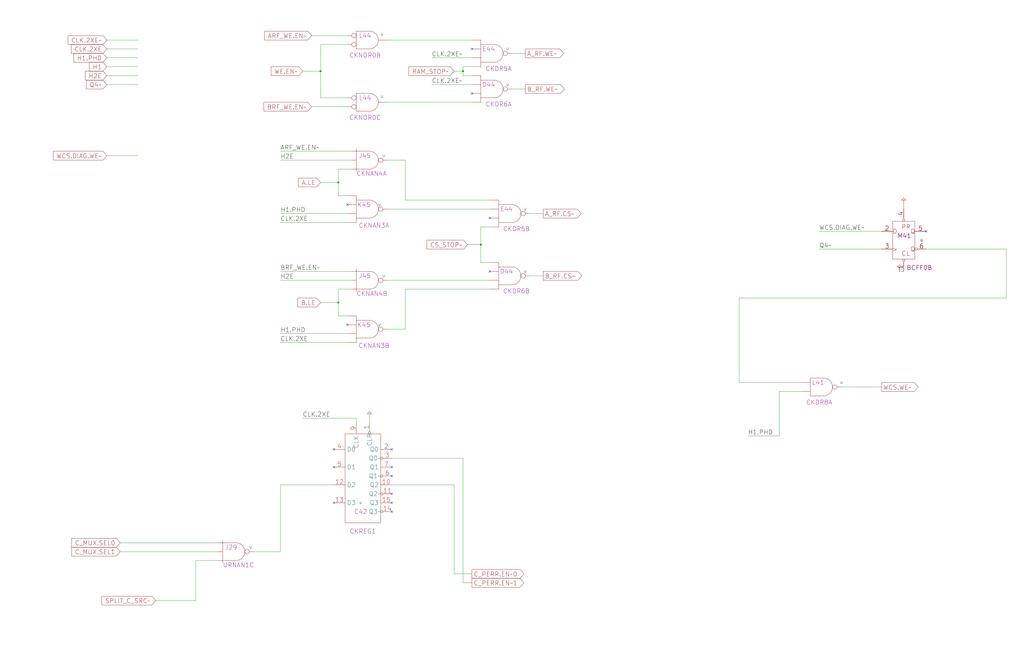
<source format=kicad_sch>
(kicad_sch (version 20220404) (generator eeschema)
  (paper "User" 584.2 378.46)
  (title_block (title "CLOCK GENERATION\\nRAM WRITE ENABLES") (date "22-MAR-90") (rev "1.0") (comment 1 "VALUE") (comment 2 "232-003063") (comment 3 "S400") (comment 4 "RELEASED"))
  (lib_symbols
    (symbol "r1000:F02" (pin_numbers hide) (pin_names hide)
      (property "Reference" "U" (at 12.16 0.635 0))
      (property "Value" "F02" (at -1.27 -4.445 0))
      (property "Location" "___" (at 2.54 0 0))
      (property "Name" "______" (at 2.54 -12.7 0))
      (symbol "F02_0_1"
        (arc (start -3.81 -7.62) (mid -2.9847 -2.54) (end -3.81 2.54) (stroke (width 0.1524)))
        (polyline (pts (xy -5.08 -5.08) (xy -3.175 -5.08)) (stroke (width 0.1524)))
        (polyline (pts (xy -5.08 0) (xy -3.175 0)) (stroke (width 0.1524)))
        (polyline (pts (xy -3.81 -7.62) (xy 2.54 -7.62)) (stroke (width 0.1524)))
        (polyline (pts (xy -3.81 2.54) (xy 2.54 2.54)) (stroke (width 0.1524)))
        (polyline (pts (xy 13.97 -2.54) (xy 12.7 -2.54)) (stroke (width 0.1524)))
        (arc (start 2.54 -7.62) (mid 6.9515 -5.9823) (end 10.16 -2.54) (stroke (width 0.1524)))
        (arc (start 10.16 -2.54) (mid 6.9478 0.8966) (end 2.54 2.54) (stroke (width 0.1524)))
        (circle (center 11.43 -2.54) (radius 1.27) (stroke (width 0.1524)))
      )
      (symbol "F02_0_2"
        (circle (center -3.81 -5.08) (radius 1.27) (stroke (width 0.1524)))
        (circle (center -3.81 0) (radius 1.27) (stroke (width 0.1524)))
        (polyline (pts (xy -2.54 -7.62) (xy 5.08 -7.62)) (stroke (width 0.1524)))
        (polyline (pts (xy -2.54 2.54) (xy -2.54 -7.62)) (stroke (width 0.1524)))
        (polyline (pts (xy -2.54 2.54) (xy 5.08 2.54)) (stroke (width 0.1524)))
        (polyline (pts (xy 11.43 -2.54) (xy 10.16 -2.54)) (stroke (width 0.1524)))
        (polyline (pts (xy 11.43 -2.54) (xy 12.7 -2.54)) (stroke (width 0.1524)))
        (arc (start 5.08 -7.62) (mid 10.1282 -2.54) (end 5.08 2.54) (stroke (width 0.1524)))
      )
      (symbol "F02_1_1"
        (pin input line (at -7.62 0 0) (length 2.54) (name "D0") (number "1"))
        (pin input line (at -7.62 -5.08 0) (length 2.54) (name "D1") (number "2"))
        (pin output line (at 15.24 -2.54 180) (length 1.27) (name "Q") (number "3"))
      )
      (symbol "F02_1_2"
        (pin input line (at -7.62 0 0) (length 2.54) (name "D0") (number "1"))
        (pin input line (at -7.62 -5.08 0) (length 2.54) (name "D1") (number "2"))
        (pin output line (at 15.24 -2.54 180) (length 2.54) (name "Q") (number "3"))
      )
    )
    (symbol "r1000:F10" (pin_numbers hide) (pin_names hide)
      (property "Reference" "U" (at 13.335 0 0))
      (property "Value" "F10" (at 5.715 -5.08 0))
      (property "Location" "___" (at -1.27 0 0))
      (property "Name" "______" (at -2.54 -10.16 0))
      (symbol "F10_0_1"
        (polyline (pts (xy -2.54 -7.62) (xy 5.08 -7.62)) (stroke (width 0.1524)))
        (polyline (pts (xy -2.54 2.54) (xy 5.08 2.54)) (stroke (width 0.1524)))
        (polyline (pts (xy -2.54 3.81) (xy -2.54 -8.89)) (stroke (width 0.1524)))
        (arc (start 5.08 -7.62) (mid 10.1282 -2.54) (end 5.08 2.54) (stroke (width 0.1524)))
        (circle (center 11.43 -2.54) (radius 1.27) (stroke (width 0.1524)))
      )
      (symbol "F10_0_2"
        (circle (center -3.81 -7.62) (radius 1.27) (stroke (width 0.1524)))
        (circle (center -3.81 2.54) (radius 1.27) (stroke (width 0.1524)))
        (circle (center -3.175 -2.54) (radius 1.27) (stroke (width 0.1524)))
        (arc (start -2.54 -7.62) (mid -1.8195 -2.54) (end -2.54 2.54) (stroke (width 0.1524)))
        (polyline (pts (xy -4.445 -2.54) (xy -5.08 -2.54)) (stroke (width 0.1524)))
        (polyline (pts (xy -2.54 -7.62) (xy 5.08 -7.62)) (stroke (width 0.1524)))
        (polyline (pts (xy -2.54 2.54) (xy 5.08 2.54)) (stroke (width 0.1524)))
        (polyline (pts (xy 10.795 -2.54) (xy 12.7 -2.54)) (stroke (width 0.1524)))
        (arc (start 5.08 -7.62) (mid 8.4845 -5.6954) (end 10.795 -2.54) (stroke (width 0.1524)))
        (arc (start 10.795 -2.54) (mid 8.4807 0.6111) (end 5.08 2.54) (stroke (width 0.1524)))
      )
      (symbol "F10_1_1"
        (pin input line (at -5.08 2.54 0) (length 2.54) (name "D0") (number "1"))
        (pin input line (at -5.08 -2.54 0) (length 2.54) (name "D1") (number "2"))
        (pin input line (at -5.08 -7.62 0) (length 2.54) (name "D2") (number "3"))
        (pin output line (at 15.24 -2.54 180) (length 2.54) (name "Q") (number "4"))
      )
      (symbol "F10_1_2"
        (pin input line (at -5.08 2.54 0) (length 0) (name "D0") (number "1"))
        (pin input line (at -5.08 -2.54 0) (length 0) (name "D1") (number "2"))
        (pin input line (at -5.08 -7.62 0) (length 0) (name "D2") (number "3"))
        (pin output line (at 15.24 -2.54 180) (length 2.54) (name "Q") (number "4"))
      )
    )
    (symbol "r1000:F175" (pin_names (offset 1.016))
      (property "Reference" "U" (at 2.54 5.08 0))
      (property "Value" "F175" (at -1.27 -5.08 0))
      (property "Location" "___" (at -1.27 0 0))
      (property "Name" "______" (at 3.81 -12.7 0))
      (symbol "F175_1_1"
        (rectangle (start -6.35 44.45) (end 13.97 -6.35))
        (circle (center 7.62 45.085) (radius 0.635))
        (circle (center 14.605 0) (radius 0.635))
        (circle (center 14.605 10.16) (radius 0.635))
        (circle (center 14.605 20.32) (radius 0.635))
        (circle (center 14.605 30.48) (radius 0.635))
        (pin input line (at 7.62 50.8 270) (length 5.08) (name "CLR") (number "1"))
        (pin output line (at 20.32 15.24 180) (length 6.35) (name "Q2") (number "10"))
        (pin output line (at 20.32 10.16 180) (length 5.08) (name "Q2~") (number "11"))
        (pin input line (at -12.7 15.24 0) (length 6.35) (name "D2") (number "12"))
        (pin input line (at -12.7 5.08 0) (length 6.35) (name "D3") (number "13"))
        (pin output line (at 20.32 0 180) (length 5.08) (name "Q3~") (number "14"))
        (pin output line (at 20.32 5.08 180) (length 6.35) (name "Q3") (number "15"))
        (pin output line (at 20.32 35.56 180) (length 6.35) (name "Q0") (number "2"))
        (pin output line (at 20.32 30.48 180) (length 5.08) (name "Q0~") (number "3"))
        (pin input line (at -12.7 35.56 0) (length 6.35) (name "D0") (number "4"))
        (pin input line (at -12.7 25.4 0) (length 6.35) (name "D1") (number "5"))
        (pin output line (at 20.32 20.32 180) (length 5.08) (name "Q1~") (number "6"))
        (pin output line (at 20.32 25.4 180) (length 6.35) (name "Q1") (number "7"))
        (pin input line (at 0 50.8 270) (length 6.35) (name "CLK") (number "9"))
      )
    )
    (symbol "r1000:F20" (pin_numbers hide) (pin_names hide)
      (property "Reference" "U" (at 8.255 2.54 0))
      (property "Value" "F20" (at -0.635 -2.54 0))
      (property "Location" "___" (at -0.635 2.54 0))
      (property "Name" "______" (at 5.08 -10.795 0))
      (symbol "F20_0_1"
        (polyline (pts (xy -5.08 -5.08) (xy -5.08 -7.62)) (stroke (width 0.1524)))
        (polyline (pts (xy -5.08 5.08) (xy -5.08 -5.08)) (stroke (width 0.1524)))
        (polyline (pts (xy -5.08 7.62) (xy -5.08 5.08)) (stroke (width 0.1524)))
        (polyline (pts (xy 2.54 -5.08) (xy -5.08 -5.08)) (stroke (width 0.1524)))
        (polyline (pts (xy 2.54 5.08) (xy -5.08 5.08)) (stroke (width 0.1524)))
        (arc (start 2.54 -5.08) (mid 7.5882 0) (end 2.54 5.08) (stroke (width 0.1524)))
        (circle (center 8.89 0) (radius 1.27) (stroke (width 0.1524)))
      )
      (symbol "F20_0_2"
        (circle (center -7.62 -7.62) (radius 1.27) (stroke (width 0.1524)))
        (circle (center -7.62 7.62) (radius 1.27) (stroke (width 0.1524)))
        (circle (center -6.985 -2.54) (radius 1.27) (stroke (width 0.1524)))
        (circle (center -6.985 2.54) (radius 1.27) (stroke (width 0.1524)))
        (arc (start -6.35 -7.62) (mid -5.3975 0) (end -6.35 7.62) (stroke (width 0.1524)))
        (polyline (pts (xy -5.715 -5.08) (xy 1.27 -5.08)) (stroke (width 0.1524)))
        (polyline (pts (xy -5.715 5.08) (xy 1.27 5.08)) (stroke (width 0.1524)))
        (arc (start 1.27 -5.08) (mid 5.0518 -3.2985) (end 7.62 0) (stroke (width 0.1524)))
        (arc (start 7.62 0) (mid 5.0518 3.2985) (end 1.27 5.08) (stroke (width 0.1524)))
      )
      (symbol "F20_1_1"
        (pin input line (at -10.16 7.62 0) (length 5.08) (name "D0") (number "1"))
        (pin input line (at -10.16 2.54 0) (length 5.08) (name "D1") (number "2"))
        (pin input line (at -10.16 -2.54 0) (length 5.08) (name "D2") (number "4"))
        (pin input line (at -10.16 -7.62 0) (length 5.08) (name "D3") (number "5"))
        (pin output line (at 12.7 0 180) (length 2.54) (name "Q") (number "6"))
      )
      (symbol "F20_1_2"
        (pin input line (at -10.16 7.62 0) (length 1.27) (name "D0") (number "1"))
        (pin input line (at -10.16 2.54 0) (length 1.905) (name "D1") (number "2"))
        (pin input line (at -10.16 -2.54 0) (length 1.905) (name "D2") (number "4"))
        (pin input line (at -10.16 -7.62 0) (length 1.27) (name "D3") (number "5"))
        (pin output line (at 12.7 0 180) (length 5.08) (name "Q") (number "6"))
      )
    )
    (symbol "r1000:F37" (pin_numbers hide) (pin_names (offset 0) hide)
      (property "Reference" "U" (at 15.24 0 0))
      (property "Value" "F37" (at 1.905 -5.08 0))
      (property "Location" "___" (at 1.905 0 0))
      (property "Name" "______" (at 2.54 -12.7 0))
      (symbol "F37_0_1"
        (polyline (pts (xy -2.54 -7.62) (xy 5.08 -7.62)) (stroke (width 0.1524)))
        (polyline (pts (xy -2.54 2.54) (xy -2.54 -7.62)) (stroke (width 0.1524)))
        (polyline (pts (xy -2.54 2.54) (xy 5.08 2.54)) (stroke (width 0.1524)))
        (arc (start 5.08 -7.62) (mid 10.1282 -2.54) (end 5.08 2.54) (stroke (width 0.1524)))
        (circle (center 11.43 -2.54) (radius 1.27) (stroke (width 0.1524)))
      )
      (symbol "F37_0_2"
        (circle (center -3.81 -5.08) (radius 1.27) (stroke (width 0.1524)))
        (circle (center -3.81 0) (radius 1.27) (stroke (width 0.1524)))
        (arc (start -3.175 -7.62) (mid -2.134 -2.54) (end -3.175 2.54) (stroke (width 0.1524)))
        (polyline (pts (xy -3.175 -7.62) (xy 3.81 -7.62)) (stroke (width 0.1524)))
        (polyline (pts (xy -3.175 2.54) (xy 3.81 2.54)) (stroke (width 0.1524)))
        (arc (start 3.81 -7.62) (mid 7.5855 -5.8306) (end 10.16 -2.54) (stroke (width 0.1524)))
        (arc (start 10.16 -2.54) (mid 7.5827 0.7471) (end 3.81 2.54) (stroke (width 0.1524)))
      )
      (symbol "F37_1_1"
        (pin input line (at -7.62 0 0) (length 5.08) (name "D0") (number "1"))
        (pin input line (at -7.62 -5.08 0) (length 5.08) (name "D1") (number "2"))
        (pin output line (at 15.24 -2.54 180) (length 2.54) (name "Q") (number "3"))
      )
      (symbol "F37_1_2"
        (pin input line (at -7.62 0 0) (length 2.54) (name "D0") (number "1"))
        (pin input line (at -7.62 -5.08 0) (length 2.54) (name "D1") (number "2"))
        (pin output line (at 15.24 -2.54 180) (length 5.08) (name "Q") (number "3"))
      )
    )
    (symbol "r1000:F40" (pin_numbers hide) (pin_names hide)
      (property "Reference" "U" (at 12.7 2.54 0))
      (property "Value" "F40" (at 1.905 -2.54 0))
      (property "Location" "___" (at 1.905 2.54 0))
      (property "Name" "______" (at 7.62 -10.16 0))
      (symbol "F40_0_0"
        (polyline (pts (xy -2.54 -5.08) (xy 5.08 -5.08)) (stroke (width 0.1524)))
        (polyline (pts (xy -2.54 5.08) (xy 5.08 5.08)) (stroke (width 0.1524)))
        (arc (start 5.08 -5.08) (mid 8.6721 -3.5921) (end 10.16 0) (stroke (width 0.1524)))
        (arc (start 10.16 0) (mid 8.6721 3.5921) (end 5.08 5.08) (stroke (width 0.1524)))
        (circle (center 11.43 0) (radius 1.27) (stroke (width 0.1524)))
      )
      (symbol "F40_0_1"
        (polyline (pts (xy -2.54 -5.08) (xy -2.54 -7.62)) (stroke (width 0.1524)))
        (polyline (pts (xy -2.54 5.08) (xy -2.54 -5.08)) (stroke (width 0.1524)))
        (polyline (pts (xy -2.54 7.62) (xy -2.54 5.08)) (stroke (width 0.1524)))
      )
      (symbol "F40_1_1"
        (pin input line (at -7.62 7.62 0) (length 5.08) (name "D0") (number "1"))
        (pin input line (at -7.62 2.54 0) (length 5.08) (name "D3") (number "2"))
        (pin input line (at -7.62 -2.54 0) (length 5.08) (name "D4") (number "4"))
        (pin input line (at -7.62 -7.62 0) (length 5.08) (name "D5") (number "5"))
        (pin output line (at 15.24 0 180) (length 2.54) (name "Q") (number "6"))
      )
    )
    (symbol "r1000:F74" (pin_names (offset 1.016) hide)
      (property "Reference" "U" (at 12.7 -2.54 0))
      (property "Value" "F74" (at -1.27 -5.08 0))
      (property "Location" "___" (at -1.27 0 0))
      (property "Name" "______" (at 11.43 -19.685 0))
      (symbol "F74_0_1"
        (rectangle (start -3.81 8.255) (end 8.89 -13.335) (stroke (width 0.1524)))
        (polyline (pts (xy 2.54 -15.24) (xy 2.54 -14.605)) (stroke (width 0.1524)))
        (polyline (pts (xy 2.54 10.16) (xy 2.54 9.525)) (stroke (width 0.1524)))
      )
      (symbol "F74_1_1"
        (circle (center 2.54 -13.97) (radius 0.635))
        (circle (center 2.54 8.89) (radius 0.635))
        (circle (center 9.525 -7.62) (radius 0.635))
        (text ">" (at -2.54 -7.62 0) (effects (font (size 2.54 2.54))))
        (text "C" (at 2.54 -10.16 0) (effects (font (size 2.54 2.54))))
        (text "D" (at -2.54 2.54 0) (effects (font (size 2.54 2.54))))
        (text "L" (at 5.08 -10.16 0) (effects (font (size 2.54 2.54))))
        (text "P" (at 2.54 5.08 0) (effects (font (size 2.54 2.54))))
        (text "Q" (at 7.62 -7.62 0) (effects (font (size 2.54 2.54))))
        (text "Q" (at 7.62 2.54 0) (effects (font (size 2.54 2.54))))
        (text "R" (at 5.08 5.08 0) (effects (font (size 2.54 2.54))))
        (pin input line (at 2.54 -20.32 90) (length 5.08) (name "CL_") (number "1"))
        (pin input line (at -10.16 2.54 0) (length 6.35) (name "D") (number "2"))
        (pin input line (at -10.16 -7.62 0) (length 6.35) (name "CLK") (number "3"))
        (pin input line (at 2.54 15.24 270) (length 5.08) (name "PR_") (number "4"))
        (pin output line (at 15.24 2.54 180) (length 6.35) (name "Q") (number "5"))
        (pin output line (at 15.24 -7.62 180) (length 5.08) (name "Q_") (number "6"))
      )
    )
    (symbol "r1000:PU" (power) (pin_numbers hide) (pin_names hide)
      (symbol "PU_0_1"
        (polyline (pts (xy 0 2.54) (xy -1.27 2.54) (xy 0 3.81) (xy 1.27 2.54) (xy 0 2.54)) (stroke (width 0.1524)))
      )
      (symbol "PU_1_1"
        (pin power_in line (at 0 0 90) (length 2.54) (name "PU") (number "1"))
      )
    )
  )
  (junction (at 274.32 139.7))
  (junction (at 193.04 172.72))
  (junction (at 182.88 40.64))
  (junction (at 193.04 104.14))
  (junction (at 264.16 40.64))
  (no_connect (at 190.5 256.54))
  (no_connect (at 190.5 266.7))
  (no_connect (at 269.24 27.94))
  (no_connect (at 198.12 185.42))
  (no_connect (at 269.24 53.34))
  (no_connect (at 223.52 292.1))
  (no_connect (at 190.5 287.02))
  (no_connect (at 223.52 271.78))
  (no_connect (at 223.52 287.02))
  (no_connect (at 279.4 154.94))
  (no_connect (at 528.32 132.08))
  (no_connect (at 223.52 281.94))
  (no_connect (at 279.4 124.46))
  (no_connect (at 223.52 256.54))
  (no_connect (at 223.52 266.7))
  (no_connect (at 198.12 116.84))
  (wire (pts (xy 203.2 238.76) (xy 203.2 241.3)))
  (wire (pts (xy 274.32 139.7) (xy 274.32 149.86)))
  (wire (pts (xy 220.98 91.44) (xy 231.14 91.44)))
  (wire (pts (xy 444.5 223.52) (xy 444.5 248.92)))
  (wire (pts (xy 60.96 22.86) (xy 78.74 22.86)))
  (wire (pts (xy 467.36 132.08) (xy 502.92 132.08)))
  (wire (pts (xy 279.4 129.54) (xy 274.32 129.54)))
  (wire (pts (xy 193.04 96.52) (xy 193.04 104.14)))
  (wire (pts (xy 259.08 276.86) (xy 223.52 276.86)))
  (wire (pts (xy 177.8 60.96) (xy 198.12 60.96)))
  (wire (pts (xy 259.08 327.66) (xy 259.08 276.86)))
  (wire (pts (xy 528.32 142.24) (xy 574.04 142.24)))
  (wire (pts (xy 231.14 91.44) (xy 231.14 114.3)))
  (wire (pts (xy 160.02 190.5) (xy 198.12 190.5)))
  (wire (pts (xy 467.36 142.24) (xy 502.92 142.24)))
  (wire (pts (xy 60.96 33.02) (xy 78.74 33.02)))
  (wire (pts (xy 111.76 342.9) (xy 111.76 320.04)))
  (wire (pts (xy 193.04 165.1) (xy 200.66 165.1)))
  (wire (pts (xy 220.98 58.42) (xy 269.24 58.42)))
  (wire (pts (xy 68.58 309.88) (xy 124.46 309.88)))
  (wire (pts (xy 220.98 187.96) (xy 231.14 187.96)))
  (wire (pts (xy 60.96 43.18) (xy 78.74 43.18)))
  (wire (pts (xy 269.24 327.66) (xy 259.08 327.66)))
  (wire (pts (xy 259.08 40.64) (xy 264.16 40.64)))
  (wire (pts (xy 60.96 27.94) (xy 78.74 27.94)))
  (wire (pts (xy 172.72 238.76) (xy 203.2 238.76)))
  (wire (pts (xy 160.02 91.44) (xy 200.66 91.44)))
  (wire (pts (xy 292.1 50.8) (xy 299.72 50.8)))
  (wire (pts (xy 193.04 104.14) (xy 193.04 111.76)))
  (wire (pts (xy 193.04 165.1) (xy 193.04 172.72)))
  (wire (pts (xy 264.16 43.18) (xy 264.16 40.64)))
  (wire (pts (xy 421.64 170.18) (xy 421.64 218.44)))
  (wire (pts (xy 172.72 40.64) (xy 182.88 40.64)))
  (wire (pts (xy 60.96 38.1) (xy 78.74 38.1)))
  (wire (pts (xy 160.02 160.02) (xy 200.66 160.02)))
  (wire (pts (xy 274.32 129.54) (xy 274.32 139.7)))
  (wire (pts (xy 513.08 154.94) (xy 515.62 154.94)))
  (wire (pts (xy 246.38 48.26) (xy 269.24 48.26)))
  (wire (pts (xy 421.64 218.44) (xy 457.2 218.44)))
  (wire (pts (xy 457.2 223.52) (xy 444.5 223.52)))
  (wire (pts (xy 193.04 180.34) (xy 198.12 180.34)))
  (wire (pts (xy 302.26 157.48) (xy 309.88 157.48)))
  (wire (pts (xy 182.88 55.88) (xy 198.12 55.88)))
  (wire (pts (xy 266.7 139.7) (xy 274.32 139.7)))
  (wire (pts (xy 182.88 104.14) (xy 193.04 104.14)))
  (wire (pts (xy 200.66 86.36) (xy 160.02 86.36)))
  (wire (pts (xy 160.02 276.86) (xy 190.5 276.86)))
  (wire (pts (xy 264.16 40.64) (xy 264.16 38.1)))
  (wire (pts (xy 182.88 25.4) (xy 198.12 25.4)))
  (wire (pts (xy 246.38 33.02) (xy 269.24 33.02)))
  (wire (pts (xy 264.16 261.62) (xy 223.52 261.62)))
  (wire (pts (xy 182.88 25.4) (xy 182.88 40.64)))
  (wire (pts (xy 210.82 238.76) (xy 210.82 241.3)))
  (wire (pts (xy 193.04 111.76) (xy 198.12 111.76)))
  (wire (pts (xy 269.24 43.18) (xy 264.16 43.18)))
  (wire (pts (xy 160.02 314.96) (xy 160.02 276.86)))
  (wire (pts (xy 269.24 332.74) (xy 264.16 332.74)))
  (wire (pts (xy 231.14 187.96) (xy 231.14 165.1)))
  (wire (pts (xy 264.16 38.1) (xy 269.24 38.1)))
  (wire (pts (xy 220.98 160.02) (xy 279.4 160.02)))
  (wire (pts (xy 160.02 195.58) (xy 198.12 195.58)))
  (wire (pts (xy 160.02 121.92) (xy 198.12 121.92)))
  (wire (pts (xy 426.72 248.92) (xy 444.5 248.92)))
  (wire (pts (xy 231.14 165.1) (xy 279.4 165.1)))
  (wire (pts (xy 144.78 314.96) (xy 160.02 314.96)))
  (wire (pts (xy 182.88 172.72) (xy 193.04 172.72)))
  (wire (pts (xy 60.96 48.26) (xy 78.74 48.26)))
  (wire (pts (xy 111.76 320.04) (xy 124.46 320.04)))
  (wire (pts (xy 182.88 40.64) (xy 182.88 55.88)))
  (wire (pts (xy 60.96 88.9) (xy 78.74 88.9)))
  (wire (pts (xy 220.98 119.38) (xy 279.4 119.38)))
  (wire (pts (xy 574.04 170.18) (xy 421.64 170.18)))
  (wire (pts (xy 302.26 121.92) (xy 309.88 121.92)))
  (wire (pts (xy 515.62 116.84) (xy 515.62 119.38)))
  (wire (pts (xy 574.04 142.24) (xy 574.04 170.18)))
  (wire (pts (xy 220.98 22.86) (xy 269.24 22.86)))
  (wire (pts (xy 200.66 154.94) (xy 160.02 154.94)))
  (wire (pts (xy 193.04 172.72) (xy 193.04 180.34)))
  (wire (pts (xy 480.06 220.98) (xy 502.92 220.98)))
  (wire (pts (xy 292.1 30.48) (xy 299.72 30.48)))
  (wire (pts (xy 160.02 127) (xy 198.12 127)))
  (wire (pts (xy 231.14 114.3) (xy 279.4 114.3)))
  (wire (pts (xy 264.16 332.74) (xy 264.16 261.62)))
  (wire (pts (xy 274.32 149.86) (xy 279.4 149.86)))
  (wire (pts (xy 88.9 342.9) (xy 111.76 342.9)))
  (wire (pts (xy 68.58 314.96) (xy 124.46 314.96)))
  (wire (pts (xy 193.04 96.52) (xy 200.66 96.52)))
  (wire (pts (xy 177.8 20.32) (xy 198.12 20.32)))
  (label "CLK.2XE~" (at 246.38 48.26 0) (effects (font (size 2.54 2.54))))
  (label "WCS.DIAG.WE~" (at 467.36 132.08 0) (effects (font (size 2.54 2.54))))
  (label "H1.PHD" (at 426.72 248.92 0) (effects (font (size 2.54 2.54))))
  (label "H2E" (at 160.02 91.44 0) (effects (font (size 2.54 2.54))))
  (label "H2E" (at 160.02 160.02 0) (effects (font (size 2.54 2.54))))
  (label "BRF_WE.EN~" (at 160.02 154.94 0) (effects (font (size 2.54 2.54))))
  (label "CLK.2XE" (at 172.72 238.76 0) (effects (font (size 2.54 2.54))))
  (label "CLK.2XE" (at 160.02 195.58 0) (effects (font (size 2.54 2.54))))
  (label "H1.PHD" (at 160.02 190.5 0) (effects (font (size 2.54 2.54))))
  (label "ARF_WE.EN~" (at 160.02 86.36 0) (effects (font (size 2.54 2.54))))
  (label "H1.PHD" (at 160.02 121.92 0) (effects (font (size 2.54 2.54))))
  (label "CLK.2XE" (at 160.02 127 0) (effects (font (size 2.54 2.54))))
  (label "Q4~" (at 467.36 142.24 0) (effects (font (size 2.54 2.54))))
  (label "CLK.2XE~" (at 246.38 33.02 0) (effects (font (size 2.54 2.54))))
  (global_label "A_RF.WE~" (shape output) (at 299.72 30.48 0) (effects (font (size 2.54 2.54))) (property "Intersheet References" "${INTERSHEET_REFS}" (at 321.6003 30.3213 0) (effects (font (size 1.905 1.905)) (justify left))))
  (global_label "H1.PHD" (shape input) (at 60.96 33.02 180) (effects (font (size 2.54 2.54))) (property "Intersheet References" "${INTERSHEET_REFS}" (at 42.1035 32.8613 0) (effects (font (size 1.905 1.905)) (justify right))))
  (global_label "CS_STOP~" (shape input) (at 266.7 139.7 180) (effects (font (size 2.54 2.54))) (property "Intersheet References" "${INTERSHEET_REFS}" (at 243.6102 139.5413 0) (effects (font (size 1.905 1.905)) (justify right))))
  (global_label "CLK.2XE~" (shape input) (at 60.96 22.86 180) (effects (font (size 2.54 2.54))) (property "Intersheet References" "${INTERSHEET_REFS}" (at 32.6692 22.7013 0) (effects (font (size 1.905 1.905)) (justify right))))
  (global_label "A.LE" (shape input) (at 182.88 104.14 180) (effects (font (size 2.54 2.54))) (property "Intersheet References" "${INTERSHEET_REFS}" (at 170.313 104.2987 0) (effects (font (size 1.905 1.905)) (justify right))))
  (global_label "H2E" (shape input) (at 60.96 43.18 180) (effects (font (size 2.54 2.54))) (property "Intersheet References" "${INTERSHEET_REFS}" (at 48.7559 43.0213 0) (effects (font (size 1.905 1.905)) (justify right))))
  (global_label "ARF_WE.EN~" (shape input) (at 177.8 20.32 180) (effects (font (size 2.54 2.54))) (property "Intersheet References" "${INTERSHEET_REFS}" (at 150.9607 20.4787 0) (effects (font (size 1.905 1.905)) (justify right))))
  (global_label "WCS.WE~" (shape output) (at 502.92 220.98 0) (effects (font (size 2.54 2.54))) (property "Intersheet References" "${INTERSHEET_REFS}" (at 526.2517 220.8213 0) (effects (font (size 1.905 1.905)) (justify left))))
  (global_label "RAM_STOP~" (shape input) (at 259.08 40.64 180) (effects (font (size 2.54 2.54))) (property "Intersheet References" "${INTERSHEET_REFS}" (at 233.3292 40.4813 0) (effects (font (size 1.905 1.905)) (justify right))))
  (global_label "WE.EN~" (shape input) (at 172.72 40.64 180) (effects (font (size 2.54 2.54))) (property "Intersheet References" "${INTERSHEET_REFS}" (at 154.7102 40.7987 0) (effects (font (size 1.905 1.905)) (justify right))))
  (global_label "C_PERR.EN~1" (shape output) (at 269.24 332.74 0) (effects (font (size 2.54 2.54))) (property "Intersheet References" "${INTERSHEET_REFS}" (at 298.8612 332.5813 0) (effects (font (size 1.905 1.905)) (justify left))))
  (global_label "CLK.2XE" (shape input) (at 60.96 27.94 180) (effects (font (size 2.54 2.54))) (property "Intersheet References" "${INTERSHEET_REFS}" (at 34.4835 27.7813 0) (effects (font (size 1.905 1.905)) (justify right))))
  (global_label "SPLIT_C_SRC~" (shape input) (at 88.9 342.9 180) (effects (font (size 2.54 2.54))) (property "Intersheet References" "${INTERSHEET_REFS}" (at 58.1902 342.7413 0) (effects (font (size 1.905 1.905)) (justify right))))
  (global_label "H1" (shape input) (at 60.96 38.1 180) (effects (font (size 2.54 2.54))) (property "Intersheet References" "${INTERSHEET_REFS}" (at 51.054 37.9413 0) (effects (font (size 1.905 1.905)) (justify right))))
  (global_label "B.LE" (shape input) (at 182.88 172.72 180) (effects (font (size 2.54 2.54))) (property "Intersheet References" "${INTERSHEET_REFS}" (at 169.9502 172.8787 0) (effects (font (size 1.905 1.905)) (justify right))))
  (global_label "B_RF.WE~" (shape output) (at 299.72 50.8 0) (effects (font (size 2.54 2.54))) (property "Intersheet References" "${INTERSHEET_REFS}" (at 321.9631 50.6413 0) (effects (font (size 1.905 1.905)) (justify left))))
  (global_label "B_RF.CS~" (shape output) (at 309.88 157.48 0) (effects (font (size 2.54 2.54))) (property "Intersheet References" "${INTERSHEET_REFS}" (at 331.8812 157.3213 0) (effects (font (size 1.905 1.905)) (justify left))))
  (global_label "A_RF.CS~" (shape output) (at 309.88 121.92 0) (effects (font (size 2.54 2.54))) (property "Intersheet References" "${INTERSHEET_REFS}" (at 331.5184 121.7613 0) (effects (font (size 1.905 1.905)) (justify left))))
  (global_label "BRF_WE.EN~" (shape input) (at 177.8 60.96 180) (effects (font (size 2.54 2.54))) (property "Intersheet References" "${INTERSHEET_REFS}" (at 150.5978 60.8013 0) (effects (font (size 1.905 1.905)) (justify right))))
  (global_label "C_PERR.EN~0" (shape output) (at 269.24 327.66 0) (effects (font (size 2.54 2.54))) (property "Intersheet References" "${INTERSHEET_REFS}" (at 298.8612 327.5013 0) (effects (font (size 1.905 1.905)) (justify left))))
  (global_label "C_MUX.SEL1" (shape input) (at 68.58 314.96 180) (effects (font (size 2.54 2.54))) (property "Intersheet References" "${INTERSHEET_REFS}" (at 40.1683 314.8013 0) (effects (font (size 1.905 1.905)) (justify right))))
  (global_label "Q4~" (shape input) (at 60.96 48.26 180) (effects (font (size 2.54 2.54))) (property "Intersheet References" "${INTERSHEET_REFS}" (at 43.0711 48.1013 0) (effects (font (size 1.905 1.905)) (justify right))))
  (global_label "WCS.DIAG.WE~" (shape input) (at 60.96 88.9 180) (effects (font (size 2.54 2.54))) (property "Intersheet References" "${INTERSHEET_REFS}" (at 30.3711 88.7413 0) (effects (font (size 1.905 1.905)) (justify right))))
  (global_label "C_MUX.SEL0" (shape input) (at 68.58 309.88 180) (effects (font (size 2.54 2.54))) (property "Intersheet References" "${INTERSHEET_REFS}" (at 40.1683 309.7213 0) (effects (font (size 1.905 1.905)) (justify right))))
  (symbol (lib_id "r1000:F74") (at 513.08 134.62 0) (unit 1)
    (default_instance (reference "U") (unit 1) (value "") (footprint ""))
    (property "Reference" "U" (at 525.78 137.16 0))
    (property "Location" "M41" (at 511.81 134.62 0) (effects (font (size 2.54 2.54)) (justify left)))
    (property "Name" "BCFF0B" (at 524.51 154.305 0) (effects (font (size 2.54 2.54)) (justify bottom)))
  )
  (symbol (lib_id "r1000:F40") (at 276.86 50.8 0) (unit 1)
    (default_instance (reference "U") (unit 1) (value "") (footprint ""))
    (property "Reference" "U" (at 289.56 48.26 0))
    (property "Location" "D44" (at 278.765 48.26 0) (effects (font (size 2.54 2.54))))
    (property "Name" "CKDR6A" (at 284.48 60.96 0) (effects (font (size 2.54 2.54)) (justify bottom)))
  )
  (symbol (lib_id "r1000:F20") (at 208.28 119.38 0) (unit 1)
    (default_instance (reference "U") (unit 1) (value "") (footprint ""))
    (property "Reference" "U" (at 216.535 116.84 0))
    (property "Location" "K45" (at 207.645 116.84 0) (effects (font (size 2.54 2.54))))
    (property "Name" "CKNAN3A" (at 213.36 130.175 0) (effects (font (size 2.54 2.54)) (justify bottom)))
  )
  (symbol (lib_id "r1000:F40") (at 287.02 157.48 0) (unit 1)
    (default_instance (reference "U") (unit 1) (value "") (footprint ""))
    (property "Reference" "U" (at 299.72 154.94 0))
    (property "Location" "D44" (at 288.925 154.94 0) (effects (font (size 2.54 2.54))))
    (property "Name" "CKDR6B" (at 294.64 167.64 0) (effects (font (size 2.54 2.54)) (justify bottom)))
  )
  (symbol (lib_id "r1000:F02") (at 205.74 20.32 0) (unit 1) (convert 2)
    (default_instance (reference "U") (unit 1) (value "") (footprint ""))
    (property "Reference" "U" (at 217.9 19.685 0))
    (property "Location" "L44" (at 208.28 20.32 0) (effects (font (size 2.54 2.54))))
    (property "Name" "CKNOR0B" (at 208.28 33.02 0) (effects (font (size 2.54 2.54)) (justify bottom)))
  )
  (symbol (lib_id "r1000:F10") (at 205.74 88.9 0) (unit 1)
    (default_instance (reference "U") (unit 1) (value "") (footprint ""))
    (property "Reference" "U" (at 219.075 88.9 0))
    (property "Location" "J45" (at 204.47 88.9 0) (effects (font (size 2.54 2.54)) (justify left)))
    (property "Name" "CKNAN4A" (at 203.2 99.06 0) (effects (font (size 2.54 2.54)) (justify left)))
  )
  (symbol (lib_id "r1000:F20") (at 208.28 187.96 0) (unit 1)
    (default_instance (reference "U") (unit 1) (value "") (footprint ""))
    (property "Reference" "U" (at 216.535 185.42 0))
    (property "Location" "K45" (at 207.645 185.42 0) (effects (font (size 2.54 2.54))))
    (property "Name" "CKNAN3B" (at 213.36 198.755 0) (effects (font (size 2.54 2.54)) (justify bottom)))
  )
  (symbol (lib_id "r1000:F10") (at 205.74 157.48 0) (unit 1)
    (default_instance (reference "U") (unit 1) (value "") (footprint ""))
    (property "Reference" "U" (at 219.075 157.48 0))
    (property "Location" "J45" (at 204.47 157.48 0) (effects (font (size 2.54 2.54)) (justify left)))
    (property "Name" "CKNAN4B" (at 203.2 167.64 0) (effects (font (size 2.54 2.54)) (justify left)))
  )
  (symbol (lib_id "r1000:F175") (at 203.2 292.1 0) (unit 1)
    (default_instance (reference "U") (unit 1) (value "") (footprint ""))
    (property "Reference" "U" (at 205.74 287.02 0))
    (property "Location" "C42" (at 201.93 292.1 0) (effects (font (size 2.54 2.54)) (justify left)))
    (property "Name" "CKREG1" (at 207.01 304.8 0) (effects (font (size 2.54 2.54)) (justify bottom)))
  )
  (symbol (lib_id "r1000:PU") (at 513.08 154.94 0) (unit 1)
    (default_instance (reference "U") (unit 1) (value "") (footprint ""))
    (property "Reference" "U" (effects hide))
  )
  (symbol (lib_id "r1000:F40") (at 287.02 121.92 0) (unit 1)
    (default_instance (reference "U") (unit 1) (value "") (footprint ""))
    (property "Reference" "U" (at 299.72 119.38 0))
    (property "Location" "E44" (at 288.925 119.38 0) (effects (font (size 2.54 2.54))))
    (property "Name" "CKDR5B" (at 294.64 132.08 0) (effects (font (size 2.54 2.54)) (justify bottom)))
  )
  (symbol (lib_id "r1000:PU") (at 515.62 116.84 0) (unit 1)
    (default_instance (reference "U") (unit 1) (value "") (footprint ""))
    (property "Reference" "U" (effects hide))
  )
  (symbol (lib_id "r1000:F02") (at 205.74 55.88 0) (unit 1) (convert 2)
    (default_instance (reference "U") (unit 1) (value "") (footprint ""))
    (property "Reference" "U" (at 217.9 55.245 0))
    (property "Location" "L44" (at 208.28 55.88 0) (effects (font (size 2.54 2.54))))
    (property "Name" "CKNOR0C" (at 208.28 68.58 0) (effects (font (size 2.54 2.54)) (justify bottom)))
  )
  (symbol (lib_id "r1000:F40") (at 276.86 30.48 0) (unit 1)
    (default_instance (reference "U") (unit 1) (value "") (footprint ""))
    (property "Reference" "U" (at 289.56 27.94 0))
    (property "Location" "E44" (at 278.765 27.94 0) (effects (font (size 2.54 2.54))))
    (property "Name" "CKDR5A" (at 284.48 40.64 0) (effects (font (size 2.54 2.54)) (justify bottom)))
  )
  (symbol (lib_id "r1000:F37") (at 464.82 218.44 0) (unit 1)
    (default_instance (reference "U") (unit 1) (value "") (footprint ""))
    (property "Reference" "U" (at 480.06 218.44 0))
    (property "Location" "L41" (at 466.725 218.44 0) (effects (font (size 2.54 2.54))))
    (property "Name" "CKDR8A" (at 467.36 231.14 0) (effects (font (size 2.54 2.54)) (justify bottom)))
  )
  (symbol (lib_id "r1000:PU") (at 210.82 238.76 0) (unit 1)
    (default_instance (reference "U") (unit 1) (value "") (footprint ""))
    (property "Reference" "U" (effects hide))
  )
  (symbol (lib_id "r1000:F10") (at 129.54 312.42 0) (unit 1)
    (default_instance (reference "U") (unit 1) (value "") (footprint ""))
    (property "Reference" "U" (at 142.875 312.42 0))
    (property "Location" "J29" (at 128.27 312.42 0) (effects (font (size 2.54 2.54)) (justify left)))
    (property "Name" "URNAN1C" (at 127 322.58 0) (effects (font (size 2.54 2.54)) (justify left)))
  )
)
</source>
